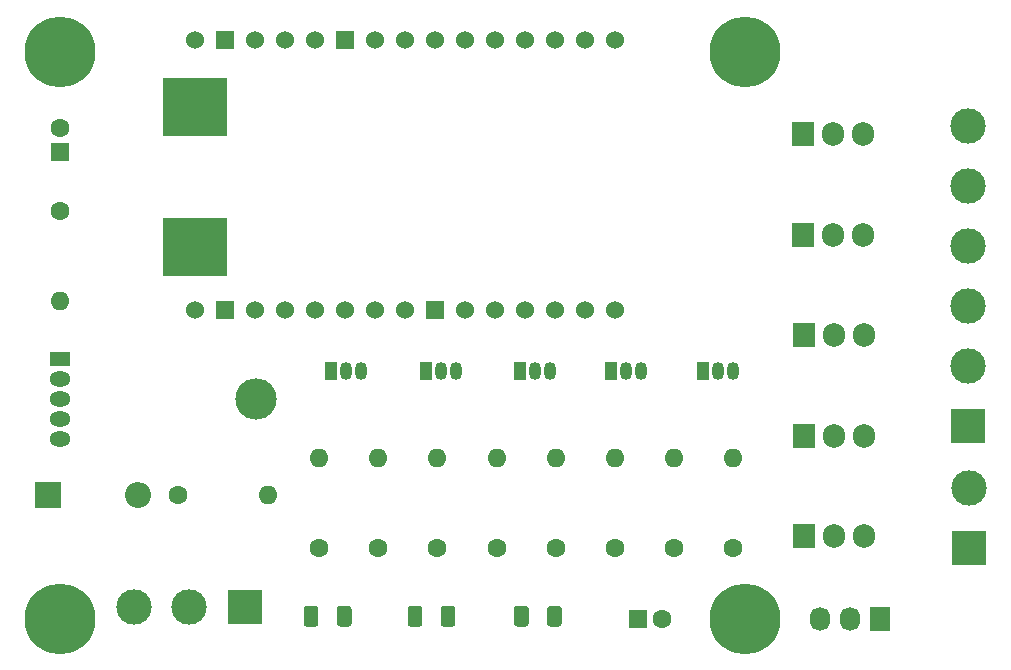
<source format=gbr>
%TF.GenerationSoftware,KiCad,Pcbnew,5.1.10-88a1d61d58~90~ubuntu20.04.1*%
%TF.CreationDate,2021-10-16T18:09:50-04:00*%
%TF.ProjectId,jrgbwww24,6a726762-7777-4773-9234-2e6b69636164,rev?*%
%TF.SameCoordinates,Original*%
%TF.FileFunction,Soldermask,Top*%
%TF.FilePolarity,Negative*%
%FSLAX46Y46*%
G04 Gerber Fmt 4.6, Leading zero omitted, Abs format (unit mm)*
G04 Created by KiCad (PCBNEW 5.1.10-88a1d61d58~90~ubuntu20.04.1) date 2021-10-16 18:09:50*
%MOMM*%
%LPD*%
G01*
G04 APERTURE LIST*
%ADD10O,1.050000X1.500000*%
%ADD11R,1.050000X1.500000*%
%ADD12O,1.730000X2.030000*%
%ADD13R,1.730000X2.030000*%
%ADD14O,1.800000X1.275000*%
%ADD15R,1.800000X1.275000*%
%ADD16O,3.500000X3.500000*%
%ADD17C,3.000000*%
%ADD18R,3.000000X3.000000*%
%ADD19O,1.600000X1.600000*%
%ADD20C,1.600000*%
%ADD21R,5.400000X4.900000*%
%ADD22O,2.200000X2.200000*%
%ADD23R,2.200000X2.200000*%
%ADD24R,1.600000X1.600000*%
%ADD25O,1.905000X2.000000*%
%ADD26R,1.905000X2.000000*%
%ADD27C,6.000000*%
%ADD28C,1.524000*%
%ADD29R,1.524000X1.524000*%
G04 APERTURE END LIST*
D10*
%TO.C,Q5*%
X118270000Y-91000000D03*
X119540000Y-91000000D03*
D11*
X117000000Y-91000000D03*
%TD*%
D10*
%TO.C,Q4*%
X126270000Y-91000000D03*
X127540000Y-91000000D03*
D11*
X125000000Y-91000000D03*
%TD*%
D10*
%TO.C,Q3*%
X134270000Y-91000000D03*
X135540000Y-91000000D03*
D11*
X133000000Y-91000000D03*
%TD*%
D10*
%TO.C,Q2*%
X142000000Y-91000000D03*
X143270000Y-91000000D03*
D11*
X140730000Y-91000000D03*
%TD*%
D10*
%TO.C,Q1*%
X149770000Y-91000000D03*
X151040000Y-91000000D03*
D11*
X148500000Y-91000000D03*
%TD*%
D12*
%TO.C,J3*%
X158420000Y-112000000D03*
X160960000Y-112000000D03*
D13*
X163500000Y-112000000D03*
%TD*%
D14*
%TO.C,U2*%
X94000000Y-96800000D03*
X94000000Y-95100000D03*
X94000000Y-93400000D03*
X94000000Y-91700000D03*
D15*
X94000000Y-90000000D03*
D16*
X110660000Y-93400000D03*
%TD*%
D17*
%TO.C,SW1*%
X100300000Y-111000000D03*
X105000000Y-111000000D03*
D18*
X109700000Y-111000000D03*
%TD*%
D19*
%TO.C,R10*%
X111620000Y-101500000D03*
D20*
X104000000Y-101500000D03*
%TD*%
D19*
%TO.C,R9*%
X94000000Y-85120000D03*
D20*
X94000000Y-77500000D03*
%TD*%
D21*
%TO.C,L1*%
X105500000Y-68700000D03*
X105500000Y-80500000D03*
%TD*%
D17*
%TO.C,J1*%
X171000000Y-100920000D03*
D18*
X171000000Y-106000000D03*
%TD*%
D22*
%TO.C,D4*%
X100620000Y-101500000D03*
D23*
X93000000Y-101500000D03*
%TD*%
D20*
%TO.C,C2*%
X94000000Y-70500000D03*
D24*
X94000000Y-72500000D03*
%TD*%
D20*
%TO.C,C1*%
X145000000Y-112000000D03*
D24*
X143000000Y-112000000D03*
%TD*%
D25*
%TO.C,Q8*%
X162080000Y-88000000D03*
X159540000Y-88000000D03*
D26*
X157000000Y-88000000D03*
%TD*%
D25*
%TO.C,Q7*%
X162080000Y-96500000D03*
X159540000Y-96500000D03*
D26*
X157000000Y-96500000D03*
%TD*%
D25*
%TO.C,Q10*%
X162040000Y-71000000D03*
X159500000Y-71000000D03*
D26*
X156960000Y-71000000D03*
%TD*%
D25*
%TO.C,Q9*%
X162040000Y-79500000D03*
X159500000Y-79500000D03*
D26*
X156960000Y-79500000D03*
%TD*%
D25*
%TO.C,Q6*%
X162080000Y-105000000D03*
X159540000Y-105000000D03*
D26*
X157000000Y-105000000D03*
%TD*%
D27*
%TO.C,REF\u002A\u002A*%
X152000000Y-64000000D03*
%TD*%
%TO.C,REF\u002A\u002A*%
X152000000Y-112000000D03*
%TD*%
%TO.C,REF\u002A\u002A*%
X94000000Y-112000000D03*
%TD*%
%TO.C,REF\u002A\u002A*%
X94000000Y-64000000D03*
%TD*%
D28*
%TO.C,U1*%
X105440000Y-85860000D03*
D29*
X107980000Y-85860000D03*
D28*
X110520000Y-85860000D03*
X113060000Y-85860000D03*
X115600000Y-85860000D03*
X118140000Y-85860000D03*
X120680000Y-85860000D03*
X123220000Y-85860000D03*
D29*
X125760000Y-85860000D03*
D28*
X128300000Y-85860000D03*
X130840000Y-85860000D03*
X133380000Y-85860000D03*
X135920000Y-85860000D03*
X138460000Y-85860000D03*
X141000000Y-85860000D03*
X105440000Y-63000000D03*
D29*
X107980000Y-63000000D03*
D28*
X110520000Y-63000000D03*
X113060000Y-63000000D03*
X115600000Y-63000000D03*
D29*
X118140000Y-63000000D03*
D28*
X120680000Y-63000000D03*
X123220000Y-63000000D03*
X125760000Y-63000000D03*
X128300000Y-63000000D03*
X130840000Y-63000000D03*
X133380000Y-63000000D03*
X135920000Y-63000000D03*
X138460000Y-63000000D03*
X141000000Y-63000000D03*
%TD*%
D19*
%TO.C,R8*%
X126000000Y-98380000D03*
D20*
X126000000Y-106000000D03*
%TD*%
D19*
%TO.C,R7*%
X121000000Y-98380000D03*
D20*
X121000000Y-106000000D03*
%TD*%
D19*
%TO.C,R6*%
X116000000Y-98380000D03*
D20*
X116000000Y-106000000D03*
%TD*%
D19*
%TO.C,R5*%
X131000000Y-98380000D03*
D20*
X131000000Y-106000000D03*
%TD*%
D19*
%TO.C,R4*%
X136000000Y-98380000D03*
D20*
X136000000Y-106000000D03*
%TD*%
D19*
%TO.C,R3*%
X141000000Y-98380000D03*
D20*
X141000000Y-106000000D03*
%TD*%
D19*
%TO.C,R2*%
X146000000Y-98380000D03*
D20*
X146000000Y-106000000D03*
%TD*%
D19*
%TO.C,R1*%
X151000000Y-98380000D03*
D20*
X151000000Y-106000000D03*
%TD*%
D17*
%TO.C,J2*%
X170925300Y-70330600D03*
X170925300Y-75410600D03*
X170925300Y-80490600D03*
D18*
X170925300Y-95730600D03*
D17*
X170925300Y-85570600D03*
X170925300Y-90650600D03*
%TD*%
%TO.C,D3*%
G36*
G01*
X133725000Y-111175000D02*
X133725000Y-112425000D01*
G75*
G02*
X133475000Y-112675000I-250000J0D01*
G01*
X132725000Y-112675000D01*
G75*
G02*
X132475000Y-112425000I0J250000D01*
G01*
X132475000Y-111175000D01*
G75*
G02*
X132725000Y-110925000I250000J0D01*
G01*
X133475000Y-110925000D01*
G75*
G02*
X133725000Y-111175000I0J-250000D01*
G01*
G37*
G36*
G01*
X136525000Y-111175000D02*
X136525000Y-112425000D01*
G75*
G02*
X136275000Y-112675000I-250000J0D01*
G01*
X135525000Y-112675000D01*
G75*
G02*
X135275000Y-112425000I0J250000D01*
G01*
X135275000Y-111175000D01*
G75*
G02*
X135525000Y-110925000I250000J0D01*
G01*
X136275000Y-110925000D01*
G75*
G02*
X136525000Y-111175000I0J-250000D01*
G01*
G37*
%TD*%
%TO.C,D2*%
G36*
G01*
X124725000Y-111175000D02*
X124725000Y-112425000D01*
G75*
G02*
X124475000Y-112675000I-250000J0D01*
G01*
X123725000Y-112675000D01*
G75*
G02*
X123475000Y-112425000I0J250000D01*
G01*
X123475000Y-111175000D01*
G75*
G02*
X123725000Y-110925000I250000J0D01*
G01*
X124475000Y-110925000D01*
G75*
G02*
X124725000Y-111175000I0J-250000D01*
G01*
G37*
G36*
G01*
X127525000Y-111175000D02*
X127525000Y-112425000D01*
G75*
G02*
X127275000Y-112675000I-250000J0D01*
G01*
X126525000Y-112675000D01*
G75*
G02*
X126275000Y-112425000I0J250000D01*
G01*
X126275000Y-111175000D01*
G75*
G02*
X126525000Y-110925000I250000J0D01*
G01*
X127275000Y-110925000D01*
G75*
G02*
X127525000Y-111175000I0J-250000D01*
G01*
G37*
%TD*%
%TO.C,D1*%
G36*
G01*
X115925000Y-111175000D02*
X115925000Y-112425000D01*
G75*
G02*
X115675000Y-112675000I-250000J0D01*
G01*
X114925000Y-112675000D01*
G75*
G02*
X114675000Y-112425000I0J250000D01*
G01*
X114675000Y-111175000D01*
G75*
G02*
X114925000Y-110925000I250000J0D01*
G01*
X115675000Y-110925000D01*
G75*
G02*
X115925000Y-111175000I0J-250000D01*
G01*
G37*
G36*
G01*
X118725000Y-111175000D02*
X118725000Y-112425000D01*
G75*
G02*
X118475000Y-112675000I-250000J0D01*
G01*
X117725000Y-112675000D01*
G75*
G02*
X117475000Y-112425000I0J250000D01*
G01*
X117475000Y-111175000D01*
G75*
G02*
X117725000Y-110925000I250000J0D01*
G01*
X118475000Y-110925000D01*
G75*
G02*
X118725000Y-111175000I0J-250000D01*
G01*
G37*
%TD*%
M02*

</source>
